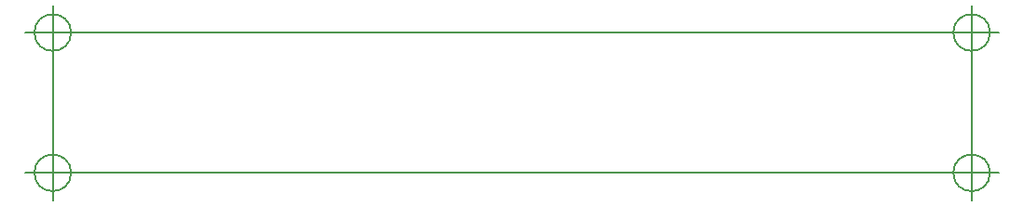
<source format=gbr>
G04 #@! TF.GenerationSoftware,KiCad,Pcbnew,(5.0.0)*
G04 #@! TF.CreationDate,2018-12-04T13:53:10-05:00*
G04 #@! TF.ProjectId,buttons_board,627574746F6E735F626F6172642E6B69,rev?*
G04 #@! TF.SameCoordinates,PX6c9f9e0PY6560260*
G04 #@! TF.FileFunction,Profile,NP*
%FSLAX46Y46*%
G04 Gerber Fmt 4.6, Leading zero omitted, Abs format (unit mm)*
G04 Created by KiCad (PCBNEW (5.0.0)) date 12/04/18 13:53:10*
%MOMM*%
%LPD*%
G01*
G04 APERTURE LIST*
%ADD10C,0.150000*%
G04 APERTURE END LIST*
D10*
X1666666Y12800000D02*
G75*
G03X1666666Y12800000I-1666666J0D01*
G01*
X-2500000Y12800000D02*
X2500000Y12800000D01*
X0Y15300000D02*
X0Y10300000D01*
X85166666Y12800000D02*
G75*
G03X85166666Y12800000I-1666666J0D01*
G01*
X81000000Y12800000D02*
X86000000Y12800000D01*
X83500000Y15300000D02*
X83500000Y10300000D01*
X85166666Y0D02*
G75*
G03X85166666Y0I-1666666J0D01*
G01*
X81000000Y0D02*
X86000000Y0D01*
X83500000Y2500000D02*
X83500000Y-2500000D01*
X1666666Y0D02*
G75*
G03X1666666Y0I-1666666J0D01*
G01*
X-2500000Y0D02*
X2500000Y0D01*
X0Y2500000D02*
X0Y-2500000D01*
X0Y0D02*
X0Y6700000D01*
X0Y12800000D02*
X0Y10200000D01*
X20400000Y12800000D02*
X0Y12800000D01*
X83500000Y12800000D02*
X83500000Y6600000D01*
X83500000Y0D02*
X83500000Y6600000D01*
X20400000Y12800000D02*
X83500000Y12800000D01*
X12800000Y0D02*
X0Y0D01*
X12800000Y0D02*
X83500000Y0D01*
X0Y6700000D02*
X0Y10200000D01*
M02*

</source>
